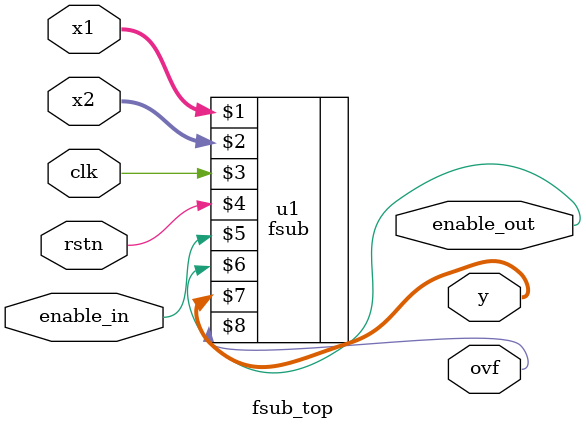
<source format=v>
module fsub_top
   (  input wire [31:0]  x1,
      input wire [31:0]  x2,
      output wire [31:0] y,
      input wire        enable_in,
		output wire        enable_out,
      output wire        ovf,
      input wire        clk,
      input wire        rstn);

   fsub u1(x1,x2,clk,rstn,enable_in,enable_out,y,ovf);

endmodule
</source>
